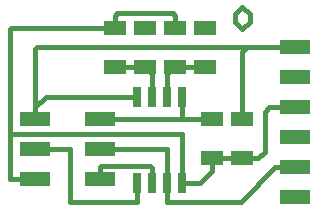
<source format=gbr>
G04 #@! TF.GenerationSoftware,KiCad,Pcbnew,(5.1.5-0-10_14)*
G04 #@! TF.CreationDate,2020-03-30T14:10:08+09:00*
G04 #@! TF.ProjectId,WEEK9_Analog_Temperature_Senser_Board_0328,5745454b-395f-4416-9e61-6c6f675f5465,rev?*
G04 #@! TF.SameCoordinates,Original*
G04 #@! TF.FileFunction,Copper,L1,Top*
G04 #@! TF.FilePolarity,Positive*
%FSLAX46Y46*%
G04 Gerber Fmt 4.6, Leading zero omitted, Abs format (unit mm)*
G04 Created by KiCad (PCBNEW (5.1.5-0-10_14)) date 2020-03-30 14:10:08*
%MOMM*%
%LPD*%
G04 APERTURE LIST*
%ADD10R,0.650000X1.700000*%
%ADD11R,1.905000X1.270000*%
%ADD12R,2.540000X1.270000*%
%ADD13C,0.400000*%
G04 APERTURE END LIST*
D10*
X194945000Y-32385000D03*
X193675000Y-32385000D03*
X192405000Y-32385000D03*
X191135000Y-32385000D03*
X191135000Y-39685000D03*
X192405000Y-39685000D03*
X193675000Y-39685000D03*
X194945000Y-39685000D03*
D11*
X200025000Y-34290000D03*
X200025000Y-37592000D03*
D12*
X204470000Y-40894000D03*
X204470000Y-38354000D03*
X204470000Y-35814000D03*
X204470000Y-33274000D03*
X204470000Y-30734000D03*
X204470000Y-28194000D03*
X187960000Y-39370000D03*
X182501540Y-39370000D03*
X187960000Y-36830000D03*
X182501540Y-36830000D03*
X187960000Y-34290000D03*
X182501540Y-34290000D03*
D11*
X189230000Y-26543000D03*
X189230000Y-29845000D03*
X191770000Y-29845000D03*
X191770000Y-26543000D03*
X194310000Y-26543000D03*
X194310000Y-29845000D03*
X196850000Y-29845000D03*
X196850000Y-26543000D03*
X197485000Y-34290000D03*
X197485000Y-37592000D03*
D13*
X199390000Y-25400000D02*
X199390000Y-26035000D01*
X199390000Y-26035000D02*
X200025000Y-26670000D01*
X200025000Y-26670000D02*
X200660000Y-26035000D01*
X200660000Y-26035000D02*
X200660000Y-25400000D01*
X200660000Y-25400000D02*
X200025000Y-24765000D01*
X200025000Y-24765000D02*
X199390000Y-25400000D01*
X189230000Y-26543000D02*
X189230000Y-25508000D01*
X194310000Y-25508000D02*
X194310000Y-26543000D01*
X194109999Y-25307999D02*
X194310000Y-25508000D01*
X189430001Y-25307999D02*
X194109999Y-25307999D01*
X189230000Y-25508000D02*
X189430001Y-25307999D01*
X195670000Y-39685000D02*
X194945000Y-39685000D01*
X196427000Y-39685000D02*
X195670000Y-39685000D01*
X197485000Y-38627000D02*
X196427000Y-39685000D01*
X197485000Y-37592000D02*
X197485000Y-38627000D01*
X200025000Y-37592000D02*
X197485000Y-37592000D01*
X201377500Y-37592000D02*
X201930000Y-37039500D01*
X200025000Y-37592000D02*
X201377500Y-37592000D01*
X201930000Y-37039500D02*
X201930000Y-33655000D01*
X202311000Y-33274000D02*
X204470000Y-33274000D01*
X201930000Y-33655000D02*
X202311000Y-33274000D01*
X182501540Y-39370000D02*
X180340000Y-39370000D01*
X180467000Y-26543000D02*
X189230000Y-26543000D01*
X180340000Y-26670000D02*
X180467000Y-26543000D01*
X194945000Y-39685000D02*
X194945000Y-35560000D01*
X194945000Y-35560000D02*
X180340000Y-35560000D01*
X180340000Y-35560000D02*
X180340000Y-26670000D01*
X180340000Y-39370000D02*
X180340000Y-35560000D01*
X200025000Y-34290000D02*
X200025000Y-28575000D01*
X200025000Y-28575000D02*
X200406000Y-28194000D01*
X182626000Y-28194000D02*
X204470000Y-28194000D01*
X182501540Y-28318460D02*
X182626000Y-28194000D01*
X182501540Y-34290000D02*
X182501540Y-28318460D01*
X182501540Y-33255000D02*
X182501540Y-34290000D01*
X191135000Y-32385000D02*
X183371540Y-32385000D01*
X183371540Y-32385000D02*
X182501540Y-33255000D01*
X193675000Y-36830000D02*
X187960000Y-36830000D01*
X193675000Y-39685000D02*
X193675000Y-36830000D01*
X202800000Y-38354000D02*
X204470000Y-38354000D01*
X193675000Y-41275000D02*
X199879000Y-41275000D01*
X199879000Y-41275000D02*
X202800000Y-38354000D01*
X193675000Y-39685000D02*
X193675000Y-41275000D01*
X187960000Y-38335000D02*
X187960000Y-39370000D01*
X192204999Y-38234999D02*
X188060001Y-38234999D01*
X188060001Y-38234999D02*
X187960000Y-38335000D01*
X192405000Y-38435000D02*
X192204999Y-38234999D01*
X192405000Y-39685000D02*
X192405000Y-38435000D01*
X191135000Y-39685000D02*
X191135000Y-41275000D01*
X191135000Y-41275000D02*
X185420000Y-41275000D01*
X185420000Y-41275000D02*
X185420000Y-36830000D01*
X185420000Y-36830000D02*
X182501540Y-36830000D01*
X194945000Y-34290000D02*
X194945000Y-32385000D01*
X197485000Y-34290000D02*
X194945000Y-34290000D01*
X194945000Y-34290000D02*
X187960000Y-34290000D01*
X191770000Y-29845000D02*
X189230000Y-29845000D01*
X192405000Y-30480000D02*
X191770000Y-29845000D01*
X192405000Y-32385000D02*
X192405000Y-30480000D01*
X194310000Y-29845000D02*
X196850000Y-29845000D01*
X193675000Y-30480000D02*
X194310000Y-29845000D01*
X193675000Y-32385000D02*
X193675000Y-30480000D01*
M02*

</source>
